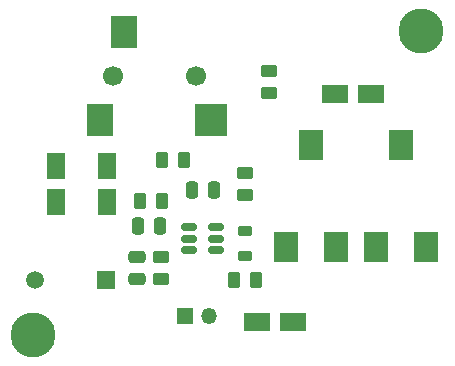
<source format=gbr>
%TF.GenerationSoftware,KiCad,Pcbnew,(6.0.9)*%
%TF.CreationDate,2022-12-23T11:03:20+01:00*%
%TF.ProjectId,FM_Transmitter,464d5f54-7261-46e7-936d-69747465722e,rev?*%
%TF.SameCoordinates,Original*%
%TF.FileFunction,Soldermask,Top*%
%TF.FilePolarity,Negative*%
%FSLAX46Y46*%
G04 Gerber Fmt 4.6, Leading zero omitted, Abs format (unit mm)*
G04 Created by KiCad (PCBNEW (6.0.9)) date 2022-12-23 11:03:20*
%MOMM*%
%LPD*%
G01*
G04 APERTURE LIST*
G04 Aperture macros list*
%AMRoundRect*
0 Rectangle with rounded corners*
0 $1 Rounding radius*
0 $2 $3 $4 $5 $6 $7 $8 $9 X,Y pos of 4 corners*
0 Add a 4 corners polygon primitive as box body*
4,1,4,$2,$3,$4,$5,$6,$7,$8,$9,$2,$3,0*
0 Add four circle primitives for the rounded corners*
1,1,$1+$1,$2,$3*
1,1,$1+$1,$4,$5*
1,1,$1+$1,$6,$7*
1,1,$1+$1,$8,$9*
0 Add four rect primitives between the rounded corners*
20,1,$1+$1,$2,$3,$4,$5,0*
20,1,$1+$1,$4,$5,$6,$7,0*
20,1,$1+$1,$6,$7,$8,$9,0*
20,1,$1+$1,$8,$9,$2,$3,0*%
G04 Aperture macros list end*
%ADD10R,2.000000X2.500000*%
%ADD11RoundRect,0.250000X0.450000X-0.262500X0.450000X0.262500X-0.450000X0.262500X-0.450000X-0.262500X0*%
%ADD12RoundRect,0.150000X0.512500X0.150000X-0.512500X0.150000X-0.512500X-0.150000X0.512500X-0.150000X0*%
%ADD13RoundRect,0.218750X0.381250X-0.218750X0.381250X0.218750X-0.381250X0.218750X-0.381250X-0.218750X0*%
%ADD14R,1.600000X2.200000*%
%ADD15RoundRect,0.250000X-0.262500X-0.450000X0.262500X-0.450000X0.262500X0.450000X-0.262500X0.450000X0*%
%ADD16C,3.800000*%
%ADD17RoundRect,0.250000X-0.450000X0.262500X-0.450000X-0.262500X0.450000X-0.262500X0.450000X0.262500X0*%
%ADD18R,2.200000X1.600000*%
%ADD19C,1.500000*%
%ADD20RoundRect,0.250000X-0.550000X0.550000X-0.550000X-0.550000X0.550000X-0.550000X0.550000X0.550000X0*%
%ADD21RoundRect,0.250000X0.250000X0.475000X-0.250000X0.475000X-0.250000X-0.475000X0.250000X-0.475000X0*%
%ADD22RoundRect,0.250000X-0.475000X0.250000X-0.475000X-0.250000X0.475000X-0.250000X0.475000X0.250000X0*%
%ADD23R,1.350000X1.350000*%
%ADD24O,1.350000X1.350000*%
%ADD25C,1.700000*%
%ADD26R,2.200000X2.800000*%
%ADD27R,2.800000X2.800000*%
G04 APERTURE END LIST*
D10*
%TO.C,R4*%
X93082000Y-96273000D03*
X90932000Y-87623000D03*
X88782000Y-96273000D03*
%TD*%
D11*
%TO.C,R6*%
X85344000Y-91844500D03*
X85344000Y-90019500D03*
%TD*%
D10*
%TO.C,R3*%
X100702000Y-96273000D03*
X98552000Y-87623000D03*
X96402000Y-96273000D03*
%TD*%
D12*
%TO.C,U1*%
X82919918Y-96515407D03*
X82919918Y-95565407D03*
X82919918Y-94615407D03*
X80644918Y-94615407D03*
X80644918Y-95565407D03*
X80644918Y-96515407D03*
%TD*%
D13*
%TO.C,L1*%
X85344000Y-97074500D03*
X85344000Y-94949500D03*
%TD*%
D14*
%TO.C,C5*%
X73660000Y-92432000D03*
X73660000Y-89432000D03*
%TD*%
D15*
%TO.C,R7*%
X76461954Y-92405042D03*
X78286954Y-92405042D03*
%TD*%
D16*
%TO.C,H4*%
X67424212Y-103714415D03*
%TD*%
D17*
%TO.C,R8*%
X78232000Y-97131500D03*
X78232000Y-98956500D03*
%TD*%
D18*
%TO.C,C1*%
X92988000Y-83312000D03*
X95988000Y-83312000D03*
%TD*%
D15*
%TO.C,R5*%
X84431500Y-99060000D03*
X86256500Y-99060000D03*
%TD*%
%TO.C,R1*%
X78335500Y-88900000D03*
X80160500Y-88900000D03*
%TD*%
D16*
%TO.C,H3*%
X100289946Y-77991806D03*
%TD*%
D11*
%TO.C,R2*%
X87376000Y-83208500D03*
X87376000Y-81383500D03*
%TD*%
D19*
%TO.C,AE1*%
X67587000Y-99060000D03*
D20*
X73587000Y-99060000D03*
%TD*%
D21*
%TO.C,C7*%
X78166000Y-94488000D03*
X76266000Y-94488000D03*
%TD*%
D18*
%TO.C,C2*%
X86384000Y-102616000D03*
X89384000Y-102616000D03*
%TD*%
D22*
%TO.C,C4*%
X76200000Y-97094000D03*
X76200000Y-98994000D03*
%TD*%
D14*
%TO.C,C6*%
X69385490Y-92432000D03*
X69385490Y-89432000D03*
%TD*%
D21*
%TO.C,C3*%
X82738000Y-91440000D03*
X80838000Y-91440000D03*
%TD*%
D23*
%TO.C,J2*%
X80264000Y-102108000D03*
D24*
X82264000Y-102108000D03*
%TD*%
D25*
%TO.C,J1*%
X81208000Y-81788000D03*
X74208000Y-81788000D03*
D26*
X75108000Y-78088000D03*
X73108000Y-85488000D03*
D27*
X82508000Y-85488000D03*
%TD*%
M02*

</source>
